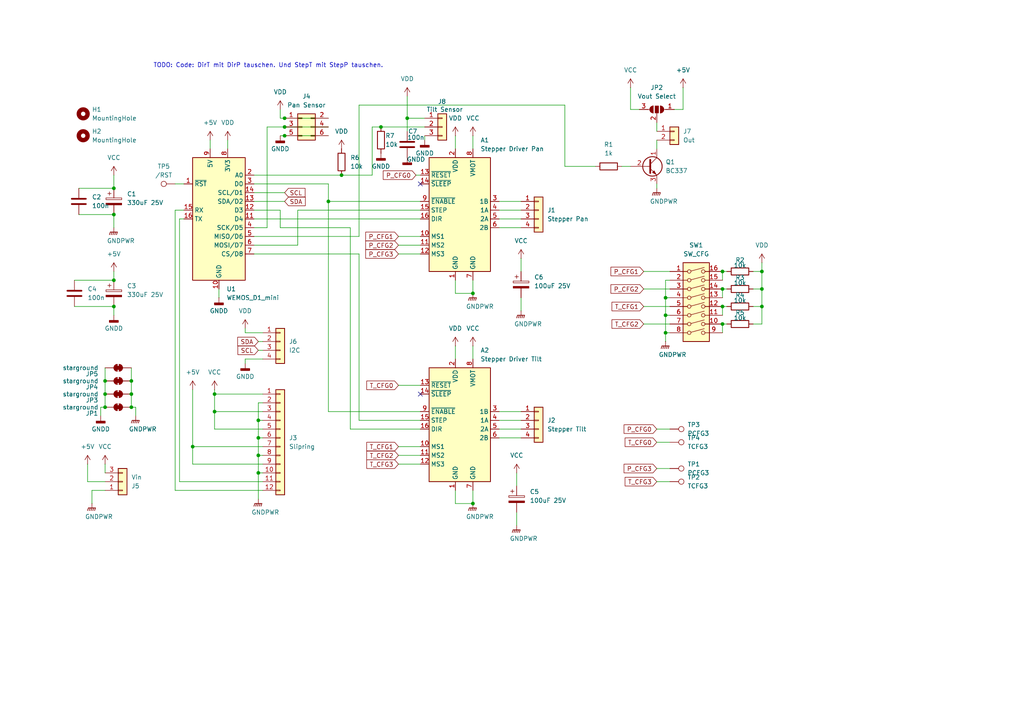
<source format=kicad_sch>
(kicad_sch (version 20231120) (generator "eeschema") (generator_version "8.0")
  (paper "A4")
  (lib_symbols
    (symbol "Connector:TestPoint" (pin_numbers hide) (pin_names (offset 0.762) hide)
      (property "Reference" "TP" (at 0 6.858 0))
      (property "Value" "TestPoint" (at 0 5.08 0))
      (symbol "TestPoint_1_1"
        (pin passive line (at 0 0 90) (length 2.54) (name "1") (number "1"))
      )
    )
    (symbol "Connector_Generic:Conn_01x02" (pin_names (offset 1.016) hide)
      (property "Reference" "J" (at 0 2.54 0))
      (property "Value" "Conn_01x02" (at 0 -5.08 0))
      (symbol "Conn_01x02_1_1"
        (pin passive line (at -5.08 0 0) (length 3.81) (name "Pin_1") (number "1"))
        (pin passive line (at -5.08 -2.54 0) (length 3.81) (name "Pin_2") (number "2"))
      )
    )
    (symbol "Connector_Generic:Conn_01x03" (pin_names (offset 1.016) hide)
      (property "Reference" "J" (at 0 5.08 0))
      (property "Value" "Conn_01x03" (at 0 -5.08 0))
      (symbol "Conn_01x03_1_1"
        (pin passive line (at -5.08 2.54 0) (length 3.81) (name "Pin_1") (number "1"))
        (pin passive line (at -5.08 0 0) (length 3.81) (name "Pin_2") (number "2"))
        (pin passive line (at -5.08 -2.54 0) (length 3.81) (name "Pin_3") (number "3"))
      )
    )
    (symbol "Connector_Generic:Conn_01x04" (pin_names (offset 1.016) hide)
      (property "Reference" "J" (at 0 5.08 0))
      (property "Value" "Conn_01x04" (at 0 -7.62 0))
      (symbol "Conn_01x04_1_1"
        (pin passive line (at -5.08 2.54 0) (length 3.81) (name "Pin_1") (number "1"))
        (pin passive line (at -5.08 0 0) (length 3.81) (name "Pin_2") (number "2"))
        (pin passive line (at -5.08 -2.54 0) (length 3.81) (name "Pin_3") (number "3"))
        (pin passive line (at -5.08 -5.08 0) (length 3.81) (name "Pin_4") (number "4"))
      )
    )
    (symbol "Connector_Generic:Conn_01x12" (pin_names (offset 1.016) hide)
      (property "Reference" "J" (at 0 15.24 0))
      (property "Value" "Conn_01x12" (at 0 -17.78 0))
      (symbol "Conn_01x12_1_1"
        (pin passive line (at -5.08 12.7 0) (length 3.81) (name "Pin_1") (number "1"))
        (pin passive line (at -5.08 -10.16 0) (length 3.81) (name "Pin_10") (number "10"))
        (pin passive line (at -5.08 -12.7 0) (length 3.81) (name "Pin_11") (number "11"))
        (pin passive line (at -5.08 -15.24 0) (length 3.81) (name "Pin_12") (number "12"))
        (pin passive line (at -5.08 10.16 0) (length 3.81) (name "Pin_2") (number "2"))
        (pin passive line (at -5.08 7.62 0) (length 3.81) (name "Pin_3") (number "3"))
        (pin passive line (at -5.08 5.08 0) (length 3.81) (name "Pin_4") (number "4"))
        (pin passive line (at -5.08 2.54 0) (length 3.81) (name "Pin_5") (number "5"))
        (pin passive line (at -5.08 0 0) (length 3.81) (name "Pin_6") (number "6"))
        (pin passive line (at -5.08 -2.54 0) (length 3.81) (name "Pin_7") (number "7"))
        (pin passive line (at -5.08 -5.08 0) (length 3.81) (name "Pin_8") (number "8"))
        (pin passive line (at -5.08 -7.62 0) (length 3.81) (name "Pin_9") (number "9"))
      )
    )
    (symbol "Connector_Generic:Conn_02x03_Odd_Even" (pin_names (offset 1.016) hide)
      (property "Reference" "J" (at 1.27 5.08 0))
      (property "Value" "Conn_02x03_Odd_Even" (at 1.27 -5.08 0))
      (symbol "Conn_02x03_Odd_Even_1_1"
        (pin passive line (at -5.08 2.54 0) (length 3.81) (name "Pin_1") (number "1"))
        (pin passive line (at 7.62 2.54 180) (length 3.81) (name "Pin_2") (number "2"))
        (pin passive line (at -5.08 0 0) (length 3.81) (name "Pin_3") (number "3"))
        (pin passive line (at 7.62 0 180) (length 3.81) (name "Pin_4") (number "4"))
        (pin passive line (at -5.08 -2.54 0) (length 3.81) (name "Pin_5") (number "5"))
        (pin passive line (at 7.62 -2.54 180) (length 3.81) (name "Pin_6") (number "6"))
      )
    )
    (symbol "Device:C" (pin_numbers hide) (pin_names (offset 0.254))
      (property "Reference" "C" (at 0.635 2.54 0))
      (property "Value" "C" (at 0.635 -2.54 0))
      (symbol "C_1_1"
        (pin passive line (at 0 3.81 270) (length 2.794) (name "~") (number "1"))
        (pin passive line (at 0 -3.81 90) (length 2.794) (name "~") (number "2"))
      )
    )
    (symbol "Device:C_Polarized" (pin_numbers hide) (pin_names (offset 0.254))
      (property "Reference" "C" (at 0.635 2.54 0))
      (property "Value" "C_Polarized" (at 0.635 -2.54 0))
      (symbol "C_Polarized_1_1"
        (pin passive line (at 0 3.81 270) (length 2.794) (name "~") (number "1"))
        (pin passive line (at 0 -3.81 90) (length 2.794) (name "~") (number "2"))
      )
    )
    (symbol "Device:R" (pin_numbers hide) (pin_names (offset 0))
      (property "Reference" "R" (at 2.032 0 90))
      (property "Value" "R" (at 0 0 90))
      (symbol "R_1_1"
        (pin passive line (at 0 3.81 270) (length 1.27) (name "~") (number "1"))
        (pin passive line (at 0 -3.81 90) (length 1.27) (name "~") (number "2"))
      )
    )
    (symbol "Driver_Motor:Pololu_Breakout_A4988"
      (property "Reference" "A" (at -2.54 19.05 0))
      (property "Value" "Pololu_Breakout_A4988" (at -2.54 16.51 0))
      (symbol "Pololu_Breakout_A4988_1_1"
        (pin power_in line (at 0 -20.32 90) (length 2.54) (name "GND") (number "1"))
        (pin input line (at -10.16 -7.62 0) (length 2.54) (name "MS1") (number "10"))
        (pin input line (at -10.16 -10.16 0) (length 2.54) (name "MS2") (number "11"))
        (pin input line (at -10.16 -12.7 0) (length 2.54) (name "MS3") (number "12"))
        (pin input line (at -10.16 10.16 0) (length 2.54) (name "~{RESET}") (number "13"))
        (pin input line (at -10.16 7.62 0) (length 2.54) (name "~{SLEEP}") (number "14"))
        (pin input line (at -10.16 0 0) (length 2.54) (name "STEP") (number "15"))
        (pin input line (at -10.16 -2.54 0) (length 2.54) (name "DIR") (number "16"))
        (pin power_in line (at 0 17.78 270) (length 2.54) (name "VDD") (number "2"))
        (pin output line (at 12.7 2.54 180) (length 2.54) (name "1B") (number "3"))
        (pin output line (at 12.7 0 180) (length 2.54) (name "1A") (number "4"))
        (pin output line (at 12.7 -2.54 180) (length 2.54) (name "2A") (number "5"))
        (pin output line (at 12.7 -5.08 180) (length 2.54) (name "2B") (number "6"))
        (pin power_in line (at 5.08 -20.32 90) (length 2.54) (name "GND") (number "7"))
        (pin power_in line (at 5.08 17.78 270) (length 2.54) (name "VMOT") (number "8"))
        (pin input line (at -10.16 2.54 0) (length 2.54) (name "~{ENABLE}") (number "9"))
      )
    )
    (symbol "Jumper:SolderJumper_2_Bridged" (pin_numbers hide) (pin_names (offset 0) hide) (exclude_from_sim yes) (in_bom no)
      (property "Reference" "JP" (at 0 2.032 0))
      (property "Value" "SolderJumper_2_Bridged" (at 0 -2.54 0))
      (symbol "SolderJumper_2_Bridged_1_1"
        (pin passive line (at -3.81 0 0) (length 2.54) (name "A") (number "1"))
        (pin passive line (at 3.81 0 180) (length 2.54) (name "B") (number "2"))
      )
    )
    (symbol "Jumper:SolderJumper_3_Open" (pin_names (offset 0) hide) (exclude_from_sim yes) (in_bom no)
      (property "Reference" "JP" (at -2.54 -2.54 0))
      (property "Value" "SolderJumper_3_Open" (at 0 2.794 0))
      (symbol "SolderJumper_3_Open_1_1"
        (pin passive line (at -5.08 0 0) (length 2.54) (name "A") (number "1"))
        (pin passive line (at 0 -3.81 90) (length 2.54) (name "C") (number "2"))
        (pin passive line (at 5.08 0 180) (length 2.54) (name "B") (number "3"))
      )
    )
    (symbol "Mechanical:MountingHole" (pin_names (offset 1.016)) (exclude_from_sim yes) (in_bom no)
      (property "Reference" "H" (at 0 5.08 0))
      (property "Value" "MountingHole" (at 0 3.175 0))
    )
    (symbol "RF_Module:WEMOS_D1_mini"
      (property "Reference" "U" (at 3.81 19.05 0))
      (property "Value" "WEMOS_D1_mini" (at 1.27 -19.05 0))
      (symbol "WEMOS_D1_mini_1_1"
        (pin input line (at -10.16 10.16 0) (length 2.54) (name "~{RST}") (number "1"))
        (pin power_in line (at 0 -20.32 90) (length 2.54) (name "GND") (number "10"))
        (pin bidirectional line (at 10.16 0 180) (length 2.54) (name "D4") (number "11"))
        (pin bidirectional line (at 10.16 2.54 180) (length 2.54) (name "D3") (number "12"))
        (pin bidirectional line (at 10.16 5.08 180) (length 2.54) (name "SDA/D2") (number "13"))
        (pin bidirectional line (at 10.16 7.62 180) (length 2.54) (name "SCL/D1") (number "14"))
        (pin input line (at -10.16 2.54 0) (length 2.54) (name "RX") (number "15"))
        (pin output line (at -10.16 0 0) (length 2.54) (name "TX") (number "16"))
        (pin input line (at 10.16 12.7 180) (length 2.54) (name "A0") (number "2"))
        (pin bidirectional line (at 10.16 10.16 180) (length 2.54) (name "D0") (number "3"))
        (pin bidirectional line (at 10.16 -2.54 180) (length 2.54) (name "SCK/D5") (number "4"))
        (pin bidirectional line (at 10.16 -5.08 180) (length 2.54) (name "MISO/D6") (number "5"))
        (pin bidirectional line (at 10.16 -7.62 180) (length 2.54) (name "MOSI/D7") (number "6"))
        (pin bidirectional line (at 10.16 -10.16 180) (length 2.54) (name "CS/D8") (number "7"))
        (pin power_out line (at 2.54 20.32 270) (length 2.54) (name "3V3") (number "8"))
        (pin power_in line (at -2.54 20.32 270) (length 2.54) (name "5V") (number "9"))
      )
    )
    (symbol "Switch:SW_DIP_x08" (pin_names (offset 0) hide)
      (property "Reference" "SW" (at 0 13.97 0))
      (property "Value" "SW_DIP_x08" (at 0 -11.43 0))
      (symbol "SW_DIP_x08_1_1"
        (pin passive line (at -7.62 10.16 0) (length 5.08) (name "~") (number "1"))
        (pin passive line (at 7.62 -5.08 180) (length 5.08) (name "~") (number "10"))
        (pin passive line (at 7.62 -2.54 180) (length 5.08) (name "~") (number "11"))
        (pin passive line (at 7.62 0 180) (length 5.08) (name "~") (number "12"))
        (pin passive line (at 7.62 2.54 180) (length 5.08) (name "~") (number "13"))
        (pin passive line (at 7.62 5.08 180) (length 5.08) (name "~") (number "14"))
        (pin passive line (at 7.62 7.62 180) (length 5.08) (name "~") (number "15"))
        (pin passive line (at 7.62 10.16 180) (length 5.08) (name "~") (number "16"))
        (pin passive line (at -7.62 7.62 0) (length 5.08) (name "~") (number "2"))
        (pin passive line (at -7.62 5.08 0) (length 5.08) (name "~") (number "3"))
        (pin passive line (at -7.62 2.54 0) (length 5.08) (name "~") (number "4"))
        (pin passive line (at -7.62 0 0) (length 5.08) (name "~") (number "5"))
        (pin passive line (at -7.62 -2.54 0) (length 5.08) (name "~") (number "6"))
        (pin passive line (at -7.62 -5.08 0) (length 5.08) (name "~") (number "7"))
        (pin passive line (at -7.62 -7.62 0) (length 5.08) (name "~") (number "8"))
        (pin passive line (at 7.62 -7.62 180) (length 5.08) (name "~") (number "9"))
      )
    )
    (symbol "Transistor_BJT:BC337" (pin_names (offset 0) hide)
      (property "Reference" "Q" (at 5.08 1.905 0))
      (property "Value" "BC337" (at 5.08 0 0))
      (symbol "BC337_1_1"
        (pin passive line (at 2.54 5.08 270) (length 2.54) (name "C") (number "1"))
        (pin input line (at -5.08 0 0) (length 5.08) (name "B") (number "2"))
        (pin passive line (at 2.54 -5.08 90) (length 2.54) (name "E") (number "3"))
      )
    )
    (symbol "power:+5V" (power) (pin_numbers hide) (pin_names (offset 0) hide)
      (property "Value" "+5V" (at 0 3.556 0))
      (symbol "+5V_1_1"
        (pin power_in line (at 0 0 90) (length 0) (name "~") (number "1"))
      )
    )
    (symbol "power:GNDD" (power) (pin_numbers hide) (pin_names (offset 0) hide)
      (property "Value" "GNDD" (at 0 -3.175 0))
      (symbol "GNDD_1_1"
        (pin power_in line (at 0 0 270) (length 0) (name "~") (number "1"))
      )
    )
    (symbol "power:GNDPWR" (power) (pin_numbers hide) (pin_names (offset 0) hide)
      (property "Value" "GNDPWR" (at 0 -3.302 0))
      (symbol "GNDPWR_1_1"
        (pin power_in line (at 0 0 270) (length 0) (name "~") (number "1"))
      )
    )
    (symbol "power:VCC" (power) (pin_numbers hide) (pin_names (offset 0) hide)
      (property "Value" "VCC" (at 0 3.556 0))
      (symbol "VCC_1_1"
        (pin power_in line (at 0 0 90) (length 0) (name "~") (number "1"))
      )
    )
    (symbol "power:VDD" (power) (pin_numbers hide) (pin_names (offset 0) hide)
      (property "Value" "VDD" (at 0 3.556 0))
      (symbol "VDD_1_1"
        (pin power_in line (at 0 0 90) (length 0) (name "~") (number "1"))
      )
    )
  )
  (junction (at 118.11 34.29))
  (junction (at 62.23 119.38))
  (junction (at 33.02 54.61))
  (junction (at 33.02 81.28))
  (junction (at 193.04 86.36))
  (junction (at 82.55 34.29))
  (junction (at 30.48 114.3))
  (junction (at 209.55 88.9))
  (junction (at 74.93 121.92))
  (junction (at 74.93 127))
  (junction (at 55.88 129.54))
  (junction (at 110.49 36.83))
  (junction (at 220.98 88.9))
  (junction (at 209.55 93.98))
  (junction (at 30.48 110.49))
  (junction (at 38.1 118.11))
  (junction (at 95.25 58.42))
  (junction (at 62.23 114.3))
  (junction (at 209.55 78.74))
  (junction (at 82.55 36.83))
  (junction (at 74.93 137.16))
  (junction (at 137.16 85.09))
  (junction (at 38.1 114.3))
  (junction (at 220.98 78.74))
  (junction (at 74.93 132.08))
  (junction (at 82.55 39.37))
  (junction (at 193.04 96.52))
  (junction (at 38.1 110.49))
  (junction (at 137.16 146.05))
  (junction (at 99.06 50.8))
  (junction (at 209.55 83.82))
  (junction (at 220.98 83.82))
  (junction (at 33.02 88.9))
  (junction (at 33.02 62.23))
  (junction (at 30.48 118.11))
  (junction (at 193.04 91.44))
  (no_connect (at 121.92 53.34))
  (no_connect (at 121.92 114.3))
  (wire (pts (xy 132.08 100.33) (xy 132.08 104.14)))
  (wire (pts (xy 62.23 113.03) (xy 62.23 114.3)))
  (wire (pts (xy 110.49 36.83) (xy 123.19 36.83)))
  (wire (pts (xy 209.55 78.74) (xy 210.82 78.74)))
  (wire (pts (xy 115.57 111.76) (xy 121.92 111.76)))
  (wire (pts (xy 30.48 114.3) (xy 30.48 118.11)))
  (wire (pts (xy 190.5 53.34) (xy 190.5 54.61)))
  (wire (pts (xy 74.93 116.84) (xy 74.93 121.92)))
  (wire (pts (xy 73.66 71.12) (xy 86.36 71.12)))
  (wire (pts (xy 121.92 60.96) (xy 86.36 60.96)))
  (wire (pts (xy 115.57 129.54) (xy 121.92 129.54)))
  (wire (pts (xy 144.78 119.38) (xy 151.13 119.38)))
  (wire (pts (xy 144.78 60.96) (xy 151.13 60.96)))
  (wire (pts (xy 190.5 35.56) (xy 190.5 38.1)))
  (wire (pts (xy 137.16 100.33) (xy 137.16 104.14)))
  (wire (pts (xy 77.47 66.04) (xy 77.47 36.83)))
  (wire (pts (xy 186.69 93.98) (xy 194.31 93.98)))
  (wire (pts (xy 73.66 73.66) (xy 104.14 73.66)))
  (wire (pts (xy 193.04 86.36) (xy 194.31 86.36)))
  (wire (pts (xy 132.08 81.28) (xy 132.08 85.09)))
  (wire (pts (xy 218.44 88.9) (xy 220.98 88.9)))
  (wire (pts (xy 29.21 118.11) (xy 30.48 118.11)))
  (wire (pts (xy 115.57 73.66) (xy 121.92 73.66)))
  (wire (pts (xy 74.93 137.16) (xy 76.2 137.16)))
  (wire (pts (xy 30.48 110.49) (xy 30.48 114.3)))
  (wire (pts (xy 74.93 101.6) (xy 76.2 101.6)))
  (wire (pts (xy 104.14 30.48) (xy 104.14 68.58)))
  (wire (pts (xy 137.16 142.24) (xy 137.16 146.05)))
  (wire (pts (xy 22.86 62.23) (xy 33.02 62.23)))
  (wire (pts (xy 144.78 66.04) (xy 151.13 66.04)))
  (wire (pts (xy 30.48 106.68) (xy 30.48 110.49)))
  (wire (pts (xy 118.11 27.94) (xy 118.11 34.29)))
  (wire (pts (xy 76.2 96.52) (xy 71.12 96.52)))
  (wire (pts (xy 73.66 53.34) (xy 95.25 53.34)))
  (wire (pts (xy 209.55 93.98) (xy 210.82 93.98)))
  (wire (pts (xy 38.1 106.68) (xy 38.1 110.49)))
  (wire (pts (xy 38.1 110.49) (xy 38.1 114.3)))
  (wire (pts (xy 190.5 40.64) (xy 190.5 43.18)))
  (wire (pts (xy 144.78 127) (xy 151.13 127)))
  (wire (pts (xy 81.28 60.96) (xy 73.66 60.96)))
  (wire (pts (xy 74.93 132.08) (xy 76.2 132.08)))
  (wire (pts (xy 209.55 88.9) (xy 210.82 88.9)))
  (wire (pts (xy 52.07 63.5) (xy 52.07 139.7)))
  (wire (pts (xy 25.4 139.7) (xy 25.4 134.62)))
  (wire (pts (xy 82.55 39.37) (xy 95.25 39.37)))
  (wire (pts (xy 186.69 78.74) (xy 194.31 78.74)))
  (wire (pts (xy 209.55 93.98) (xy 209.55 96.52)))
  (wire (pts (xy 107.95 36.83) (xy 107.95 50.8)))
  (wire (pts (xy 76.2 116.84) (xy 74.93 116.84)))
  (wire (pts (xy 110.49 36.83) (xy 107.95 36.83)))
  (wire (pts (xy 195.58 31.75) (xy 198.12 31.75)))
  (wire (pts (xy 62.23 114.3) (xy 76.2 114.3)))
  (wire (pts (xy 101.6 124.46) (xy 101.6 66.04)))
  (wire (pts (xy 104.14 68.58) (xy 73.66 68.58)))
  (wire (pts (xy 132.08 146.05) (xy 137.16 146.05)))
  (wire (pts (xy 137.16 81.28) (xy 137.16 85.09)))
  (wire (pts (xy 193.04 91.44) (xy 193.04 86.36)))
  (wire (pts (xy 95.25 58.42) (xy 121.92 58.42)))
  (wire (pts (xy 30.48 134.62) (xy 30.48 137.16)))
  (wire (pts (xy 193.04 99.06) (xy 193.04 96.52)))
  (wire (pts (xy 55.88 113.03) (xy 55.88 129.54)))
  (wire (pts (xy 99.06 50.8) (xy 107.95 50.8)))
  (wire (pts (xy 218.44 83.82) (xy 220.98 83.82)))
  (wire (pts (xy 81.28 34.29) (xy 82.55 34.29)))
  (wire (pts (xy 118.11 34.29) (xy 123.19 34.29)))
  (wire (pts (xy 33.02 78.74) (xy 33.02 81.28)))
  (wire (pts (xy 53.34 63.5) (xy 52.07 63.5)))
  (wire (pts (xy 144.78 121.92) (xy 151.13 121.92)))
  (wire (pts (xy 209.55 78.74) (xy 209.55 81.28)))
  (wire (pts (xy 95.25 53.34) (xy 95.25 58.42)))
  (wire (pts (xy 50.8 53.34) (xy 53.34 53.34)))
  (wire (pts (xy 71.12 96.52) (xy 71.12 95.25)))
  (wire (pts (xy 74.93 132.08) (xy 74.93 137.16)))
  (wire (pts (xy 198.12 31.75) (xy 198.12 25.4)))
  (wire (pts (xy 76.2 104.14) (xy 71.12 104.14)))
  (wire (pts (xy 190.5 124.46) (xy 194.31 124.46)))
  (wire (pts (xy 81.28 31.75) (xy 81.28 34.29)))
  (wire (pts (xy 132.08 142.24) (xy 132.08 146.05)))
  (wire (pts (xy 115.57 71.12) (xy 121.92 71.12)))
  (wire (pts (xy 30.48 139.7) (xy 25.4 139.7)))
  (wire (pts (xy 39.37 118.11) (xy 39.37 120.65)))
  (wire (pts (xy 74.93 99.06) (xy 76.2 99.06)))
  (wire (pts (xy 123.19 39.37) (xy 123.19 40.64)))
  (wire (pts (xy 151.13 74.93) (xy 151.13 78.74)))
  (wire (pts (xy 55.88 129.54) (xy 76.2 129.54)))
  (wire (pts (xy 33.02 88.9) (xy 33.02 91.44)))
  (wire (pts (xy 86.36 71.12) (xy 86.36 60.96)))
  (wire (pts (xy 33.02 62.23) (xy 33.02 66.04)))
  (wire (pts (xy 132.08 39.37) (xy 132.08 43.18)))
  (wire (pts (xy 38.1 114.3) (xy 38.1 118.11)))
  (wire (pts (xy 193.04 91.44) (xy 194.31 91.44)))
  (wire (pts (xy 76.2 124.46) (xy 62.23 124.46)))
  (wire (pts (xy 193.04 96.52) (xy 193.04 91.44)))
  (wire (pts (xy 121.92 124.46) (xy 101.6 124.46)))
  (wire (pts (xy 71.12 104.14) (xy 71.12 105.41)))
  (wire (pts (xy 55.88 134.62) (xy 76.2 134.62)))
  (wire (pts (xy 22.86 54.61) (xy 33.02 54.61)))
  (wire (pts (xy 172.72 48.26) (xy 163.83 48.26)))
  (wire (pts (xy 38.1 118.11) (xy 39.37 118.11)))
  (wire (pts (xy 137.16 39.37) (xy 137.16 43.18)))
  (wire (pts (xy 104.14 73.66) (xy 104.14 121.92)))
  (wire (pts (xy 29.21 120.65) (xy 29.21 118.11)))
  (wire (pts (xy 104.14 121.92) (xy 121.92 121.92)))
  (wire (pts (xy 81.28 39.37) (xy 82.55 39.37)))
  (wire (pts (xy 95.25 119.38) (xy 95.25 58.42)))
  (wire (pts (xy 220.98 76.2) (xy 220.98 78.74)))
  (wire (pts (xy 73.66 58.42) (xy 82.55 58.42)))
  (wire (pts (xy 118.11 34.29) (xy 118.11 38.1)))
  (wire (pts (xy 151.13 86.36) (xy 151.13 90.17)))
  (wire (pts (xy 209.55 83.82) (xy 210.82 83.82)))
  (wire (pts (xy 50.8 60.96) (xy 53.34 60.96)))
  (wire (pts (xy 209.55 88.9) (xy 209.55 91.44)))
  (wire (pts (xy 149.86 148.59) (xy 149.86 152.4)))
  (wire (pts (xy 220.98 78.74) (xy 220.98 83.82)))
  (wire (pts (xy 115.57 134.62) (xy 121.92 134.62)))
  (wire (pts (xy 104.14 30.48) (xy 163.83 30.48)))
  (wire (pts (xy 186.69 83.82) (xy 194.31 83.82)))
  (wire (pts (xy 190.5 128.27) (xy 194.31 128.27)))
  (wire (pts (xy 163.83 48.26) (xy 163.83 30.48)))
  (wire (pts (xy 66.04 40.64) (xy 66.04 43.18)))
  (wire (pts (xy 30.48 142.24) (xy 26.67 142.24)))
  (wire (pts (xy 74.93 121.92) (xy 76.2 121.92)))
  (wire (pts (xy 82.55 36.83) (xy 95.25 36.83)))
  (wire (pts (xy 144.78 63.5) (xy 151.13 63.5)))
  (wire (pts (xy 81.28 66.04) (xy 81.28 60.96)))
  (wire (pts (xy 193.04 81.28) (xy 194.31 81.28)))
  (wire (pts (xy 95.25 119.38) (xy 121.92 119.38)))
  (wire (pts (xy 55.88 129.54) (xy 55.88 134.62)))
  (wire (pts (xy 52.07 139.7) (xy 76.2 139.7)))
  (wire (pts (xy 62.23 124.46) (xy 62.23 119.38)))
  (wire (pts (xy 120.65 50.8) (xy 121.92 50.8)))
  (wire (pts (xy 209.55 83.82) (xy 209.55 86.36)))
  (wire (pts (xy 63.5 83.82) (xy 63.5 86.36)))
  (wire (pts (xy 180.34 48.26) (xy 182.88 48.26)))
  (wire (pts (xy 182.88 31.75) (xy 185.42 31.75)))
  (wire (pts (xy 220.98 88.9) (xy 220.98 93.98)))
  (wire (pts (xy 74.93 137.16) (xy 74.93 144.78)))
  (wire (pts (xy 50.8 142.24) (xy 50.8 60.96)))
  (wire (pts (xy 73.66 55.88) (xy 82.55 55.88)))
  (wire (pts (xy 21.59 88.9) (xy 33.02 88.9)))
  (wire (pts (xy 74.93 127) (xy 74.93 132.08)))
  (wire (pts (xy 186.69 88.9) (xy 194.31 88.9)))
  (wire (pts (xy 62.23 119.38) (xy 62.23 114.3)))
  (wire (pts (xy 193.04 96.52) (xy 194.31 96.52)))
  (wire (pts (xy 33.02 50.8) (xy 33.02 54.61)))
  (wire (pts (xy 220.98 83.82) (xy 220.98 88.9)))
  (wire (pts (xy 77.47 36.83) (xy 82.55 36.83)))
  (wire (pts (xy 190.5 135.89) (xy 194.31 135.89)))
  (wire (pts (xy 115.57 68.58) (xy 121.92 68.58)))
  (wire (pts (xy 220.98 93.98) (xy 218.44 93.98)))
  (wire (pts (xy 149.86 137.16) (xy 149.86 140.97)))
  (wire (pts (xy 74.93 127) (xy 76.2 127)))
  (wire (pts (xy 73.66 50.8) (xy 99.06 50.8)))
  (wire (pts (xy 144.78 58.42) (xy 151.13 58.42)))
  (wire (pts (xy 82.55 34.29) (xy 95.25 34.29)))
  (wire (pts (xy 60.96 40.64) (xy 60.96 43.18)))
  (wire (pts (xy 62.23 119.38) (xy 76.2 119.38)))
  (wire (pts (xy 76.2 142.24) (xy 50.8 142.24)))
  (wire (pts (xy 74.93 121.92) (xy 74.93 127)))
  (wire (pts (xy 190.5 139.7) (xy 194.31 139.7)))
  (wire (pts (xy 193.04 86.36) (xy 193.04 81.28)))
  (wire (pts (xy 73.66 63.5) (xy 121.92 63.5)))
  (wire (pts (xy 132.08 85.09) (xy 137.16 85.09)))
  (wire (pts (xy 21.59 81.28) (xy 33.02 81.28)))
  (wire (pts (xy 115.57 132.08) (xy 121.92 132.08)))
  (wire (pts (xy 26.67 142.24) (xy 26.67 146.05)))
  (wire (pts (xy 182.88 25.4) (xy 182.88 31.75)))
  (wire (pts (xy 144.78 124.46) (xy 151.13 124.46)))
  (wire (pts (xy 73.66 66.04) (xy 77.47 66.04)))
  (wire (pts (xy 218.44 78.74) (xy 220.98 78.74)))
  (wire (pts (xy 101.6 66.04) (xy 81.28 66.04)))
  (text "TODO: Code: DirT mit DirP tauschen. Und StepT mit StepP tauschen." (at 44.45 19.05 0) (effects (font (size 1.27 1.27)) (justify left)))
  (global_label "P_CFG3" (shape input) (at 190.5 135.89 180) (property "Intersheetrefs" "${INTERSHEET_REFS}" (effects (hide yes))))
  (global_label "P_CFG1" (shape input) (at 115.57 68.58 180) (property "Intersheetrefs" "${INTERSHEET_REFS}" (effects (hide yes))))
  (global_label "P_CFG3" (shape input) (at 115.57 73.66 180) (property "Intersheetrefs" "${INTERSHEET_REFS}" (effects (hide yes))))
  (global_label "T_CFG2" (shape input) (at 186.69 93.98 180) (property "Intersheetrefs" "${INTERSHEET_REFS}" (effects (hide yes))))
  (global_label "SCL" (shape input) (at 74.93 101.6 180) (property "Intersheetrefs" "${INTERSHEET_REFS}" (effects (hide yes))))
  (global_label "T_CFG2" (shape input) (at 115.57 132.08 180) (property "Intersheetrefs" "${INTERSHEET_REFS}" (effects (hide yes))))
  (global_label "P_CFG0" (shape input) (at 190.5 124.46 180) (property "Intersheetrefs" "${INTERSHEET_REFS}" (effects (hide yes))))
  (global_label "T_CFG0" (shape input) (at 115.57 111.76 180) (property "Intersheetrefs" "${INTERSHEET_REFS}" (effects (hide yes))))
  (global_label "T_CFG1" (shape input) (at 186.69 88.9 180) (property "Intersheetrefs" "${INTERSHEET_REFS}" (effects (hide yes))))
  (global_label "T_CFG0" (shape input) (at 190.5 128.27 180) (property "Intersheetrefs" "${INTERSHEET_REFS}" (effects (hide yes))))
  (global_label "SCL" (shape input) (at 82.55 55.88 0) (property "Intersheetrefs" "${INTERSHEET_REFS}" (effects (hide yes))))
  (global_label "P_CFG1" (shape input) (at 186.69 78.74 180) (property "Intersheetrefs" "${INTERSHEET_REFS}" (effects (hide yes))))
  (global_label "T_CFG3" (shape input) (at 115.57 134.62 180) (property "Intersheetrefs" "${INTERSHEET_REFS}" (effects (hide yes))))
  (global_label "T_CFG1" (shape input) (at 115.57 129.54 180) (property "Intersheetrefs" "${INTERSHEET_REFS}" (effects (hide yes))))
  (global_label "T_CFG3" (shape input) (at 190.5 139.7 180) (property "Intersheetrefs" "${INTERSHEET_REFS}" (effects (hide yes))))
  (global_label "P_CFG2" (shape input) (at 115.57 71.12 180) (property "Intersheetrefs" "${INTERSHEET_REFS}" (effects (hide yes))))
  (global_label "P_CFG0" (shape input) (at 120.65 50.8 180) (property "Intersheetrefs" "${INTERSHEET_REFS}" (effects (hide yes))))
  (global_label "SDA" (shape input) (at 82.55 58.42 0) (property "Intersheetrefs" "${INTERSHEET_REFS}" (effects (hide yes))))
  (global_label "SDA" (shape input) (at 74.93 99.06 180) (property "Intersheetrefs" "${INTERSHEET_REFS}" (effects (hide yes))))
  (global_label "P_CFG2" (shape input) (at 186.69 83.82 180) (property "Intersheetrefs" "${INTERSHEET_REFS}" (effects (hide yes))))
  (symbol (lib_id "Device:R") (at 214.63 88.9 90) (unit 1)
    (property "Reference" "R4" (at 214.63 85.598 90))
    (property "Value" "10k" (at 214.63 87.122 90))
    (property "Footprint" "Resistor_SMD:R_0805_2012Metric_Pad1.20x1.40mm_HandSolder" (effects (hide yes)))
    (property "Description" "Resistor" (effects (hide yes)))
  )
  (symbol (lib_id "Jumper:SolderJumper_2_Bridged") (at 34.29 106.68 0) (unit 1) (exclude_from_sim yes) (in_bom no)
    (property "Reference" "JP5" (at 26.67 108.458 0))
    (property "Value" "starground" (at 23.368 106.68 0))
    (property "Footprint" "Jumper:SolderJumper-2_P1.3mm_Bridged_Pad1.0x1.5mm" (effects (hide yes)))
    (property "Description" "Solder Jumper, 2-pole, closed/bridged" (effects (hide yes)))
  )
  (symbol (lib_id "power:VDD") (at 132.08 39.37 0) (unit 1)
    (property "Reference" "#PWR06" (effects (hide yes)))
    (property "Value" "VDD" (at 132.08 34.29 0))
    (property "Description" "Power symbol creates a global label with name \"VDD\"" (effects (hide yes)))
  )
  (symbol (lib_id "power:VCC") (at 151.13 74.93 0) (unit 1)
    (property "Reference" "#PWR035" (effects (hide yes)))
    (property "Value" "VCC" (at 151.13 69.85 0))
    (property "Description" "Power symbol creates a global label with name \"VCC\"" (effects (hide yes)))
  )
  (symbol (lib_id "power:GNDPWR") (at 193.04 99.06 0) (unit 1)
    (property "Reference" "#PWR027" (effects (hide yes)))
    (property "Value" "GNDPWR" (at 195.072 102.87 0))
    (property "Description" "Power symbol creates a global label with name \"GNDPWR\" , global ground" (effects (hide yes)))
  )
  (symbol (lib_id "power:GNDPWR") (at 137.16 146.05 0) (unit 1)
    (property "Reference" "#PWR010" (effects (hide yes)))
    (property "Value" "GNDPWR" (at 139.192 149.86 0))
    (property "Description" "Power symbol creates a global label with name \"GNDPWR\" , global ground" (effects (hide yes)))
  )
  (symbol (lib_id "power:GNDD") (at 123.19 40.64 0) (unit 1)
    (property "Reference" "#PWR025" (effects (hide yes)))
    (property "Value" "GNDD" (at 123.19 44.45 0))
    (property "Description" "Power symbol creates a global label with name \"GNDD\" , digital ground" (effects (hide yes)))
  )
  (symbol (lib_id "power:VDD") (at 66.04 40.64 0) (unit 1)
    (property "Reference" "#PWR05" (effects (hide yes)))
    (property "Value" "VDD" (at 66.04 35.56 0))
    (property "Description" "Power symbol creates a global label with name \"VDD\"" (effects (hide yes)))
  )
  (symbol (lib_id "power:VCC") (at 149.86 137.16 0) (unit 1)
    (property "Reference" "#PWR033" (effects (hide yes)))
    (property "Value" "VCC" (at 149.86 132.08 0))
    (property "Description" "Power symbol creates a global label with name \"VCC\"" (effects (hide yes)))
  )
  (symbol (lib_id "power:GNDD") (at 118.11 45.72 0) (unit 1)
    (property "Reference" "#PWR039" (effects (hide yes)))
    (property "Value" "GNDD" (at 120.65 46.228 0))
    (property "Description" "Power symbol creates a global label with name \"GNDD\" , digital ground" (effects (hide yes)))
  )
  (symbol (lib_id "Connector_Generic:Conn_01x04") (at 156.21 121.92 0) (unit 1)
    (property "Reference" "J2" (at 158.75 121.9199 0) (effects (justify left)))
    (property "Value" "Stepper Tilt" (at 158.75 124.4599 0) (effects (justify left)))
    (property "Footprint" "Connector_Molex:Molex_PicoBlade_53261-0471_1x04-1MP_P1.25mm_Horizontal" (effects (hide yes)))
    (property "Description" "Generic connector, single row, 01x04, script generated (kicad-library-utils/schlib/autogen/connector/)" (effects (hide yes)))
  )
  (symbol (lib_id "Device:C_Polarized") (at 33.02 58.42 0) (unit 1)
    (property "Reference" "C1" (at 36.83 56.2609 0) (effects (justify left)))
    (property "Value" "330uF 25V" (at 36.83 58.8009 0) (effects (justify left)))
    (property "Footprint" "Capacitor_SMD:CP_Elec_6.3x7.7" (effects (hide yes)))
    (property "Description" "Polarized capacitor" (effects (hide yes)))
  )
  (symbol (lib_id "power:+5V") (at 198.12 25.4 0) (unit 1)
    (property "Reference" "#PWR023" (effects (hide yes)))
    (property "Value" "+5V" (at 198.12 20.32 0))
    (property "Description" "Power symbol creates a global label with name \"+5V\"" (effects (hide yes)))
  )
  (symbol (lib_id "power:GNDD") (at 71.12 105.41 0) (unit 1)
    (property "Reference" "#PWR020" (effects (hide yes)))
    (property "Value" "GNDD" (at 71.12 109.22 0))
    (property "Description" "Power symbol creates a global label with name \"GNDD\" , digital ground" (effects (hide yes)))
  )
  (symbol (lib_id "power:GNDPWR") (at 33.02 66.04 0) (unit 1)
    (property "Reference" "#PWR029" (effects (hide yes)))
    (property "Value" "GNDPWR" (at 35.052 69.85 0))
    (property "Description" "Power symbol creates a global label with name \"GNDPWR\" , global ground" (effects (hide yes)))
  )
  (symbol (lib_id "Connector:TestPoint") (at 194.31 128.27 270) (unit 1)
    (property "Reference" "TP4" (at 199.39 126.9999 90) (effects (justify left)))
    (property "Value" "TCFG3" (at 199.39 129.5399 90) (effects (justify left)))
    (property "Footprint" "TestPoint:TestPoint_Pad_D1.0mm" (effects (hide yes)))
    (property "Description" "test point" (effects (hide yes)))
  )
  (symbol (lib_id "power:VDD") (at 118.11 27.94 0) (unit 1)
    (property "Reference" "#PWR026" (effects (hide yes)))
    (property "Value" "VDD" (at 118.11 22.86 0))
    (property "Description" "Power symbol creates a global label with name \"VDD\"" (effects (hide yes)))
  )
  (symbol (lib_id "power:GNDD") (at 33.02 91.44 0) (unit 1)
    (property "Reference" "#PWR032" (effects (hide yes)))
    (property "Value" "GNDD" (at 33.02 95.25 0))
    (property "Description" "Power symbol creates a global label with name \"GNDD\" , digital ground" (effects (hide yes)))
  )
  (symbol (lib_id "Mechanical:MountingHole") (at 24.13 33.02 0) (unit 1) (exclude_from_sim yes) (in_bom no)
    (property "Reference" "H1" (at 26.67 31.7499 0) (effects (justify left)))
    (property "Value" "MountingHole" (at 26.67 34.2899 0) (effects (justify left)))
    (property "Footprint" "MountingHole:MountingHole_3.2mm_M3" (effects (hide yes)))
    (property "Description" "Mounting Hole without connection" (effects (hide yes)))
  )
  (symbol (lib_id "Jumper:SolderJumper_3_Open") (at 190.5 31.75 0) (mirror y) (unit 1) (exclude_from_sim yes) (in_bom no)
    (property "Reference" "JP2" (at 190.5 25.4 0))
    (property "Value" "Vout Select" (at 190.5 27.94 0))
    (property "Footprint" "Connector_PinHeader_2.54mm:PinHeader_1x03_P2.54mm_Horizontal" (effects (hide yes)))
    (property "Description" "Solder Jumper, 3-pole, open" (effects (hide yes)))
  )
  (symbol (lib_id "Device:R") (at 214.63 83.82 90) (unit 1)
    (property "Reference" "R3" (at 214.63 80.518 90))
    (property "Value" "10k" (at 214.63 82.042 90))
    (property "Footprint" "Resistor_SMD:R_0805_2012Metric_Pad1.20x1.40mm_HandSolder" (effects (hide yes)))
    (property "Description" "Resistor" (effects (hide yes)))
  )
  (symbol (lib_id "Device:R") (at 176.53 48.26 90) (unit 1)
    (property "Reference" "R1" (at 176.53 41.91 90))
    (property "Value" "1k" (at 176.53 44.45 90))
    (property "Footprint" "Resistor_SMD:R_0805_2012Metric_Pad1.20x1.40mm_HandSolder" (effects (hide yes)))
    (property "Description" "Resistor" (effects (hide yes)))
  )
  (symbol (lib_id "Transistor_BJT:BC337") (at 187.96 48.26 0) (unit 1)
    (property "Reference" "Q1" (at 193.04 46.9899 0) (effects (justify left)))
    (property "Value" "BC337" (at 193.04 49.5299 0) (effects (justify left)))
    (property "Footprint" "Package_TO_SOT_THT:TO-92_Inline" (effects (hide yes)))
    (property "Datasheet" "https://diotec.com/tl_files/diotec/files/pdf/datasheets/bc337.pdf" (effects (hide yes)))
    (property "Description" "0.8A Ic, 45V Vce, NPN Transistor, TO-92" (effects (hide yes)))
  )
  (symbol (lib_id "Connector_Generic:Conn_01x04") (at 81.28 99.06 0) (unit 1)
    (property "Reference" "J6" (at 83.82 99.0599 0) (effects (justify left)))
    (property "Value" "I2C" (at 83.82 101.5999 0) (effects (justify left)))
    (property "Footprint" "Connector_JST:JST_XH_S4B-XH-A-1_1x04_P2.50mm_Horizontal" (effects (hide yes)))
    (property "Description" "Generic connector, single row, 01x04, script generated (kicad-library-utils/schlib/autogen/connector/)" (effects (hide yes)))
  )
  (symbol (lib_id "power:GNDD") (at 81.28 39.37 0) (unit 1)
    (property "Reference" "#PWR011" (effects (hide yes)))
    (property "Value" "GNDD" (at 81.28 43.18 0))
    (property "Description" "Power symbol creates a global label with name \"GNDD\" , digital ground" (effects (hide yes)))
  )
  (symbol (lib_id "Connector_Generic:Conn_01x12") (at 81.28 127 0) (unit 1)
    (property "Reference" "J3" (at 83.82 126.9999 0) (effects (justify left)))
    (property "Value" "Slipring" (at 83.82 129.5399 0) (effects (justify left)))
    (property "Footprint" "Connector_Molex:Molex_PicoBlade_53261-1271_1x12-1MP_P1.25mm_Horizontal" (effects (hide yes)))
    (property "Description" "Generic connector, single row, 01x12, script generated (kicad-library-utils/schlib/autogen/connector/)" (effects (hide yes)))
  )
  (symbol (lib_id "Driver_Motor:Pololu_Breakout_A4988") (at 132.08 121.92 0) (unit 1)
    (property "Reference" "A2" (at 139.3541 101.6 0) (effects (justify left)))
    (property "Value" "Stepper Driver Tilt" (at 139.3541 104.14 0) (effects (justify left)))
    (property "Footprint" "Module:Pololu_Breakout-16_15.2x20.3mm" (effects (hide yes)))
    (property "Datasheet" "https://www.pololu.com/product/2980/pictures" (effects (hide yes)))
    (property "Description" "Pololu Breakout Board, Stepper Driver A4988" (effects (hide yes)))
  )
  (symbol (lib_id "Connector_Generic:Conn_01x03") (at 128.27 36.83 0) (unit 1)
    (property "Reference" "J8" (at 127 29.464 0) (effects (justify left)))
    (property "Value" "Tilt Sensor" (at 123.698 31.75 0) (effects (justify left)))
    (property "Footprint" "Connector_JST:JST_XH_S3B-XH-A-1_1x03_P2.50mm_Horizontal" (effects (hide yes)))
    (property "Description" "Generic connector, single row, 01x03, script generated (kicad-library-utils/schlib/autogen/connector/)" (effects (hide yes)))
  )
  (symbol (lib_id "Device:C_Polarized") (at 149.86 144.78 0) (unit 1)
    (property "Reference" "C5" (at 153.67 142.6209 0) (effects (justify left)))
    (property "Value" "100uF 25V" (at 153.67 145.1609 0) (effects (justify left)))
    (property "Footprint" "Capacitor_SMD:CP_Elec_6.3x7.7" (effects (hide yes)))
    (property "Description" "Polarized capacitor" (effects (hide yes)))
  )
  (symbol (lib_id "Connector:TestPoint") (at 50.8 53.34 90) (unit 1)
    (property "Reference" "TP5" (at 47.498 48.26 90))
    (property "Value" "/RST" (at 47.498 50.8 90))
    (property "Footprint" "TestPoint:TestPoint_Pad_D1.0mm" (effects (hide yes)))
    (property "Description" "test point" (effects (hide yes)))
  )
  (symbol (lib_id "Device:R") (at 214.63 93.98 90) (unit 1)
    (property "Reference" "R5" (at 214.63 90.678 90))
    (property "Value" "10k" (at 214.63 92.202 90))
    (property "Footprint" "Resistor_SMD:R_0805_2012Metric_Pad1.20x1.40mm_HandSolder" (effects (hide yes)))
    (property "Description" "Resistor" (effects (hide yes)))
  )
  (symbol (lib_id "power:+5V") (at 55.88 113.03 0) (unit 1)
    (property "Reference" "#PWR012" (effects (hide yes)))
    (property "Value" "+5V" (at 55.88 107.95 0))
    (property "Description" "Power symbol creates a global label with name \"+5V\"" (effects (hide yes)))
  )
  (symbol (lib_id "power:+5V") (at 60.96 40.64 0) (unit 1)
    (property "Reference" "#PWR04" (effects (hide yes)))
    (property "Value" "+5V" (at 60.96 35.56 0))
    (property "Description" "Power symbol creates a global label with name \"+5V\"" (effects (hide yes)))
  )
  (symbol (lib_id "power:GNDD") (at 110.49 44.45 0) (unit 1)
    (property "Reference" "#PWR038" (effects (hide yes)))
    (property "Value" "GNDD" (at 110.49 48.26 0))
    (property "Description" "Power symbol creates a global label with name \"GNDD\" , digital ground" (effects (hide yes)))
  )
  (symbol (lib_id "power:GNDPWR") (at 149.86 152.4 0) (unit 1)
    (property "Reference" "#PWR034" (effects (hide yes)))
    (property "Value" "GNDPWR" (at 151.892 156.21 0))
    (property "Description" "Power symbol creates a global label with name \"GNDPWR\" , global ground" (effects (hide yes)))
  )
  (symbol (lib_id "power:GNDPWR") (at 190.5 54.61 0) (unit 1)
    (property "Reference" "#PWR022" (effects (hide yes)))
    (property "Value" "GNDPWR" (at 192.532 58.42 0))
    (property "Description" "Power symbol creates a global label with name \"GNDPWR\" , global ground" (effects (hide yes)))
  )
  (symbol (lib_id "power:VCC") (at 137.16 39.37 0) (unit 1)
    (property "Reference" "#PWR07" (effects (hide yes)))
    (property "Value" "VCC" (at 137.16 34.29 0))
    (property "Description" "Power symbol creates a global label with name \"VCC\"" (effects (hide yes)))
  )
  (symbol (lib_id "Connector:TestPoint") (at 194.31 139.7 270) (unit 1)
    (property "Reference" "TP2" (at 199.39 138.4299 90) (effects (justify left)))
    (property "Value" "TCFG3" (at 199.39 140.9699 90) (effects (justify left)))
    (property "Footprint" "TestPoint:TestPoint_Pad_D1.0mm" (effects (hide yes)))
    (property "Description" "test point" (effects (hide yes)))
  )
  (symbol (lib_id "Device:C") (at 21.59 85.09 0) (unit 1)
    (property "Reference" "C4" (at 25.4 83.8199 0) (effects (justify left)))
    (property "Value" "100n" (at 25.4 86.3599 0) (effects (justify left)))
    (property "Footprint" "Capacitor_SMD:C_0805_2012Metric_Pad1.18x1.45mm_HandSolder" (effects (hide yes)))
    (property "Description" "Unpolarized capacitor" (effects (hide yes)))
  )
  (symbol (lib_id "Device:R") (at 214.63 78.74 90) (unit 1)
    (property "Reference" "R2" (at 214.63 75.438 90))
    (property "Value" "10k" (at 214.63 76.962 90))
    (property "Footprint" "Resistor_SMD:R_0805_2012Metric_Pad1.20x1.40mm_HandSolder" (effects (hide yes)))
    (property "Description" "Resistor" (effects (hide yes)))
  )
  (symbol (lib_id "Device:R") (at 110.49 40.64 0) (unit 1)
    (property "Reference" "R7" (at 111.76 39.37 0) (effects (justify left)))
    (property "Value" "10k" (at 111.76 41.91 0) (effects (justify left)))
    (property "Footprint" "Resistor_SMD:R_0805_2012Metric_Pad1.20x1.40mm_HandSolder" (effects (hide yes)))
    (property "Description" "Resistor" (effects (hide yes)))
  )
  (symbol (lib_id "power:VCC") (at 62.23 113.03 0) (unit 1)
    (property "Reference" "#PWR08" (effects (hide yes)))
    (property "Value" "VCC" (at 62.23 107.95 0))
    (property "Description" "Power symbol creates a global label with name \"VCC\"" (effects (hide yes)))
  )
  (symbol (lib_id "Jumper:SolderJumper_2_Bridged") (at 34.29 110.49 0) (unit 1) (exclude_from_sim yes) (in_bom no)
    (property "Reference" "JP4" (at 26.67 112.268 0))
    (property "Value" "starground" (at 23.368 110.49 0))
    (property "Footprint" "Jumper:SolderJumper-2_P1.3mm_Bridged_Pad1.0x1.5mm" (effects (hide yes)))
    (property "Description" "Solder Jumper, 2-pole, closed/bridged" (effects (hide yes)))
  )
  (symbol (lib_id "Device:C") (at 118.11 41.91 0) (unit 1)
    (property "Reference" "C7" (at 118.364 38.1 0) (effects (justify left)))
    (property "Value" "100n" (at 118.11 39.878 0) (effects (justify left)))
    (property "Footprint" "Capacitor_SMD:C_0805_2012Metric_Pad1.18x1.45mm_HandSolder" (effects (hide yes)))
    (property "Description" "Unpolarized capacitor" (effects (hide yes)))
  )
  (symbol (lib_id "power:VDD") (at 71.12 95.25 0) (unit 1)
    (property "Reference" "#PWR021" (effects (hide yes)))
    (property "Value" "VDD" (at 71.12 90.17 0))
    (property "Description" "Power symbol creates a global label with name \"VDD\"" (effects (hide yes)))
  )
  (symbol (lib_id "Connector_Generic:Conn_01x04") (at 156.21 60.96 0) (unit 1)
    (property "Reference" "J1" (at 158.75 60.9599 0) (effects (justify left)))
    (property "Value" "Stepper Pan" (at 158.75 63.4999 0) (effects (justify left)))
    (property "Footprint" "Connector_Molex:Molex_PicoBlade_53261-0471_1x04-1MP_P1.25mm_Horizontal" (effects (hide yes)))
    (property "Description" "Generic connector, single row, 01x04, script generated (kicad-library-utils/schlib/autogen/connector/)" (effects (hide yes)))
  )
  (symbol (lib_id "power:VDD") (at 99.06 43.18 0) (unit 1)
    (property "Reference" "#PWR037" (effects (hide yes)))
    (property "Value" "VDD" (at 99.06 38.1 0))
    (property "Description" "Power symbol creates a global label with name \"VDD\"" (effects (hide yes)))
  )
  (symbol (lib_id "power:VDD") (at 81.28 31.75 0) (unit 1)
    (property "Reference" "#PWR019" (effects (hide yes)))
    (property "Value" "VDD" (at 81.28 26.67 0))
    (property "Description" "Power symbol creates a global label with name \"VDD\"" (effects (hide yes)))
  )
  (symbol (lib_id "power:+5V") (at 25.4 134.62 0) (unit 1)
    (property "Reference" "#PWR016" (effects (hide yes)))
    (property "Value" "+5V" (at 25.4 129.54 0))
    (property "Description" "Power symbol creates a global label with name \"+5V\"" (effects (hide yes)))
  )
  (symbol (lib_id "power:GNDPWR") (at 26.67 146.05 0) (unit 1)
    (property "Reference" "#PWR018" (effects (hide yes)))
    (property "Value" "GNDPWR" (at 28.702 149.86 0))
    (property "Description" "Power symbol creates a global label with name \"GNDPWR\" , global ground" (effects (hide yes)))
  )
  (symbol (lib_id "power:VCC") (at 33.02 50.8 0) (unit 1)
    (property "Reference" "#PWR030" (effects (hide yes)))
    (property "Value" "VCC" (at 33.02 45.72 0))
    (property "Description" "Power symbol creates a global label with name \"VCC\"" (effects (hide yes)))
  )
  (symbol (lib_id "power:VDD") (at 220.98 76.2 0) (unit 1)
    (property "Reference" "#PWR028" (effects (hide yes)))
    (property "Value" "VDD" (at 220.98 71.12 0))
    (property "Description" "Power symbol creates a global label with name \"VDD\"" (effects (hide yes)))
  )
  (symbol (lib_id "Device:C_Polarized") (at 151.13 82.55 0) (unit 1)
    (property "Reference" "C6" (at 154.94 80.3909 0) (effects (justify left)))
    (property "Value" "100uF 25V" (at 154.94 82.9309 0) (effects (justify left)))
    (property "Footprint" "Capacitor_SMD:CP_Elec_6.3x7.7" (effects (hide yes)))
    (property "Description" "Polarized capacitor" (effects (hide yes)))
  )
  (symbol (lib_id "Device:R") (at 99.06 46.99 0) (unit 1)
    (property "Reference" "R6" (at 101.6 45.7199 0) (effects (justify left)))
    (property "Value" "10k" (at 101.6 48.2599 0) (effects (justify left)))
    (property "Footprint" "Resistor_SMD:R_0805_2012Metric_Pad1.20x1.40mm_HandSolder" (effects (hide yes)))
    (property "Description" "Resistor" (effects (hide yes)))
  )
  (symbol (lib_id "power:VCC") (at 182.88 25.4 0) (unit 1)
    (property "Reference" "#PWR024" (effects (hide yes)))
    (property "Value" "VCC" (at 182.88 20.32 0))
    (property "Description" "Power symbol creates a global label with name \"VCC\"" (effects (hide yes)))
  )
  (symbol (lib_id "Connector_Generic:Conn_02x03_Odd_Even") (at 87.63 36.83 0) (unit 1)
    (property "Reference" "J4" (at 88.9 27.94 0))
    (property "Value" "Pan Sensor" (at 88.9 30.48 0))
    (property "Footprint" "Connector_PinSocket_2.54mm:PinSocket_2x03_P2.54mm_Vertical" (effects (hide yes)))
    (property "Description" "Generic connector, double row, 02x03, odd/even pin numbering scheme (row 1 odd numbers, row 2 even numbers), script generated (kicad-library-utils/schlib/autogen/connector/)" (effects (hide yes)))
  )
  (symbol (lib_id "RF_Module:WEMOS_D1_mini") (at 63.5 63.5 0) (unit 1)
    (property "Reference" "U1" (at 65.6941 83.82 0) (effects (justify left)))
    (property "Value" "WEMOS_D1_mini" (at 65.6941 86.36 0) (effects (justify left)))
    (property "Footprint" "RF_Module:WEMOS_D1_mini_light" (effects (hide yes)))
    (property "Datasheet" "https://wiki.wemos.cc/products:d1:d1_mini#documentation" (effects (hide yes)))
    (property "Description" "32-bit microcontroller module with WiFi" (effects (hide yes)))
  )
  (symbol (lib_id "power:GNDPWR") (at 74.93 144.78 0) (unit 1)
    (property "Reference" "#PWR014" (effects (hide yes)))
    (property "Value" "GNDPWR" (at 76.962 148.59 0))
    (property "Description" "Power symbol creates a global label with name \"GNDPWR\" , global ground" (effects (hide yes)))
  )
  (symbol (lib_id "Jumper:SolderJumper_2_Bridged") (at 34.29 118.11 0) (unit 1) (exclude_from_sim yes) (in_bom no)
    (property "Reference" "JP1" (at 26.67 119.888 0))
    (property "Value" "starground" (at 23.368 118.11 0))
    (property "Footprint" "Jumper:SolderJumper-2_P1.3mm_Bridged_Pad1.0x1.5mm" (effects (hide yes)))
    (property "Description" "Solder Jumper, 2-pole, closed/bridged" (effects (hide yes)))
  )
  (symbol (lib_id "power:VCC") (at 30.48 134.62 0) (unit 1)
    (property "Reference" "#PWR017" (effects (hide yes)))
    (property "Value" "VCC" (at 30.48 129.54 0))
    (property "Description" "Power symbol creates a global label with name \"VCC\"" (effects (hide yes)))
  )
  (symbol (lib_id "power:GNDPWR") (at 137.16 85.09 0) (unit 1)
    (property "Reference" "#PWR03" (effects (hide yes)))
    (property "Value" "GNDPWR" (at 139.192 88.9 0))
    (property "Description" "Power symbol creates a global label with name \"GNDPWR\" , global ground" (effects (hide yes)))
  )
  (symbol (lib_id "Device:C_Polarized") (at 33.02 85.09 0) (unit 1)
    (property "Reference" "C3" (at 36.83 82.9309 0) (effects (justify left)))
    (property "Value" "330uF 25V" (at 36.83 85.4709 0) (effects (justify left)))
    (property "Footprint" "Capacitor_SMD:CP_Elec_6.3x7.7" (effects (hide yes)))
    (property "Description" "Polarized capacitor" (effects (hide yes)))
  )
  (symbol (lib_id "Switch:SW_DIP_x08") (at 201.93 88.9 0) (unit 1)
    (property "Reference" "SW1" (at 201.93 71.12 0))
    (property "Value" "SW_CFG" (at 201.93 73.66 0))
    (property "Footprint" "Button_Switch_SMD:DIP_Switch_8_2.54_wide" (effects (hide yes)))
    (property "Description" "8x DIP Switch, Single Pole Single Throw (SPST) switch, small symbol" (effects (hide yes)))
  )
  (symbol (lib_id "Device:C") (at 22.86 58.42 0) (unit 1)
    (property "Reference" "C2" (at 26.67 57.1499 0) (effects (justify left)))
    (property "Value" "100n" (at 26.67 59.6899 0) (effects (justify left)))
    (property "Footprint" "Capacitor_SMD:C_0805_2012Metric_Pad1.18x1.45mm_HandSolder" (effects (hide yes)))
    (property "Description" "Unpolarized capacitor" (effects (hide yes)))
  )
  (symbol (lib_id "power:VDD") (at 132.08 100.33 0) (unit 1)
    (property "Reference" "#PWR02" (effects (hide yes)))
    (property "Value" "VDD" (at 132.08 95.25 0))
    (property "Description" "Power symbol creates a global label with name \"VDD\"" (effects (hide yes)))
  )
  (symbol (lib_id "Connector:TestPoint") (at 194.31 135.89 270) (unit 1)
    (property "Reference" "TP1" (at 199.39 134.6199 90) (effects (justify left)))
    (property "Value" "PCFG3" (at 199.39 137.1599 90) (effects (justify left)))
    (property "Footprint" "TestPoint:TestPoint_Pad_D1.0mm" (effects (hide yes)))
    (property "Description" "test point" (effects (hide yes)))
  )
  (symbol (lib_id "power:GNDPWR") (at 39.37 120.65 0) (unit 1)
    (property "Reference" "#PWR015" (effects (hide yes)))
    (property "Value" "GNDPWR" (at 41.402 124.46 0))
    (property "Description" "Power symbol creates a global label with name \"GNDPWR\" , global ground" (effects (hide yes)))
  )
  (symbol (lib_id "power:+5V") (at 33.02 78.74 0) (unit 1)
    (property "Reference" "#PWR031" (effects (hide yes)))
    (property "Value" "+5V" (at 33.02 73.66 0))
    (property "Description" "Power symbol creates a global label with name \"+5V\"" (effects (hide yes)))
  )
  (symbol (lib_id "Connector_Generic:Conn_01x02") (at 195.58 38.1 0) (unit 1)
    (property "Reference" "J7" (at 198.12 38.0999 0) (effects (justify left)))
    (property "Value" "Out" (at 198.12 40.6399 0) (effects (justify left)))
    (property "Footprint" "Connector_JST:JST_XH_S2B-XH-A-1_1x02_P2.50mm_Horizontal" (effects (hide yes)))
    (property "Description" "Generic connector, single row, 01x02, script generated (kicad-library-utils/schlib/autogen/connector/)" (effects (hide yes)))
  )
  (symbol (lib_id "Mechanical:MountingHole") (at 24.13 39.37 0) (unit 1) (exclude_from_sim yes) (in_bom no)
    (property "Reference" "H2" (at 26.67 38.0999 0) (effects (justify left)))
    (property "Value" "MountingHole" (at 26.67 40.6399 0) (effects (justify left)))
    (property "Footprint" "MountingHole:MountingHole_3.2mm_M3" (effects (hide yes)))
    (property "Description" "Mounting Hole without connection" (effects (hide yes)))
  )
  (symbol (lib_id "Driver_Motor:Pololu_Breakout_A4988") (at 132.08 60.96 0) (unit 1)
    (property "Reference" "A1" (at 139.3541 40.64 0) (effects (justify left)))
    (property "Value" "Stepper Driver Pan" (at 139.3541 43.18 0) (effects (justify left)))
    (property "Footprint" "Module:Pololu_Breakout-16_15.2x20.3mm" (effects (hide yes)))
    (property "Datasheet" "https://www.pololu.com/product/2980/pictures" (effects (hide yes)))
    (property "Description" "Pololu Breakout Board, Stepper Driver A4988" (effects (hide yes)))
  )
  (symbol (lib_id "Connector_Generic:Conn_01x03") (at 35.56 139.7 0) (mirror x) (unit 1)
    (property "Reference" "J5" (at 38.1 140.9701 0) (effects (justify left)))
    (property "Value" "Vin" (at 38.1 138.4301 0) (effects (justify left)))
    (property "Footprint" "Connector_JST:JST_XH_S3B-XH-A-1_1x03_P2.50mm_Horizontal" (effects (hide yes)))
    (property "Description" "Generic connector, single row, 01x03, script generated (kicad-library-utils/schlib/autogen/connector/)" (effects (hide yes)))
  )
  (symbol (lib_id "power:GNDD") (at 29.21 120.65 0) (unit 1)
    (property "Reference" "#PWR013" (effects (hide yes)))
    (property "Value" "GNDD" (at 29.21 124.46 0))
    (property "Description" "Power symbol creates a global label with name \"GNDD\" , digital ground" (effects (hide yes)))
  )
  (symbol (lib_id "Connector:TestPoint") (at 194.31 124.46 270) (unit 1)
    (property "Reference" "TP3" (at 199.39 123.1899 90) (effects (justify left)))
    (property "Value" "PCFG3" (at 199.39 125.7299 90) (effects (justify left)))
    (property "Footprint" "TestPoint:TestPoint_Pad_D1.0mm" (effects (hide yes)))
    (property "Description" "test point" (effects (hide yes)))
  )
  (symbol (lib_id "power:GNDD") (at 63.5 86.36 0) (unit 1)
    (property "Reference" "#PWR01" (effects (hide yes)))
    (property "Value" "GNDD" (at 63.5 90.17 0))
    (property "Description" "Power symbol creates a global label with name \"GNDD\" , digital ground" (effects (hide yes)))
  )
  (symbol (lib_id "power:VCC") (at 137.16 100.33 0) (unit 1)
    (property "Reference" "#PWR09" (effects (hide yes)))
    (property "Value" "VCC" (at 137.16 95.25 0))
    (property "Description" "Power symbol creates a global label with name \"VCC\"" (effects (hide yes)))
  )
  (symbol (lib_id "Jumper:SolderJumper_2_Bridged") (at 34.29 114.3 0) (unit 1) (exclude_from_sim yes) (in_bom no)
    (property "Reference" "JP3" (at 26.67 116.078 0))
    (property "Value" "starground" (at 23.368 114.3 0))
    (property "Footprint" "Jumper:SolderJumper-2_P1.3mm_Bridged_Pad1.0x1.5mm" (effects (hide yes)))
    (property "Description" "Solder Jumper, 2-pole, closed/bridged" (effects (hide yes)))
  )
  (symbol (lib_id "power:GNDPWR") (at 151.13 90.17 0) (unit 1)
    (property "Reference" "#PWR036" (effects (hide yes)))
    (property "Value" "GNDPWR" (at 153.162 93.98 0))
    (property "Description" "Power symbol creates a global label with name \"GNDPWR\" , global ground" (effects (hide yes)))
  )
)
</source>
